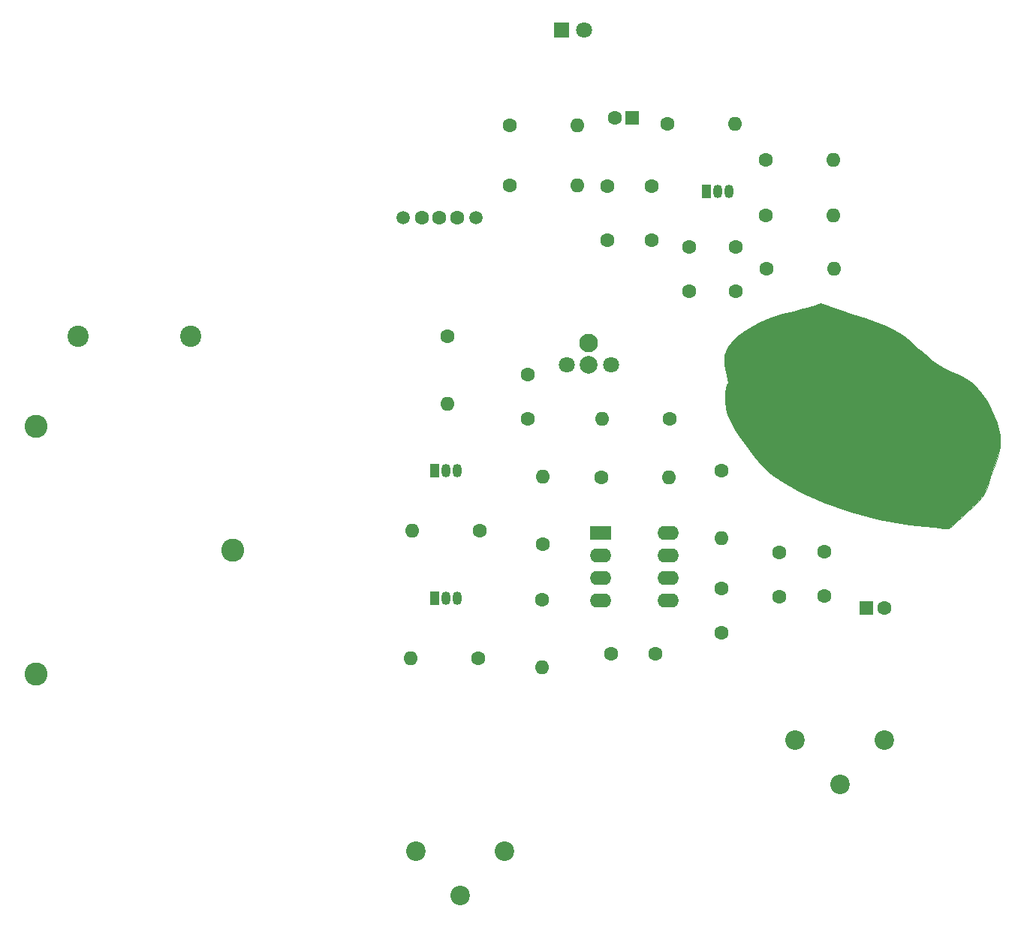
<source format=gbr>
%TF.GenerationSoftware,KiCad,Pcbnew,5.1.10-88a1d61d58~90~ubuntu20.04.1*%
%TF.CreationDate,2021-07-22T12:56:01-07:00*%
%TF.ProjectId,TwinTCPO,5477696e-5443-4504-9f2e-6b696361645f,A*%
%TF.SameCoordinates,Original*%
%TF.FileFunction,Soldermask,Top*%
%TF.FilePolarity,Negative*%
%FSLAX46Y46*%
G04 Gerber Fmt 4.6, Leading zero omitted, Abs format (unit mm)*
G04 Created by KiCad (PCBNEW 5.1.10-88a1d61d58~90~ubuntu20.04.1) date 2021-07-22 12:56:01*
%MOMM*%
%LPD*%
G01*
G04 APERTURE LIST*
%ADD10C,0.010000*%
%ADD11O,2.400000X1.600000*%
%ADD12R,2.400000X1.600000*%
%ADD13C,1.500000*%
%ADD14C,1.600000*%
%ADD15O,1.600000X1.600000*%
%ADD16C,2.100000*%
%ADD17C,1.800000*%
%ADD18C,2.000000*%
%ADD19R,1.050000X1.500000*%
%ADD20O,1.050000X1.500000*%
%ADD21C,2.200000*%
%ADD22C,2.600000*%
%ADD23C,2.400000*%
%ADD24R,1.800000X1.800000*%
%ADD25R,1.600000X1.600000*%
G04 APERTURE END LIST*
D10*
%TO.C,G\u002A\u002A\u002A*%
G36*
X167642377Y-77094977D02*
G01*
X169038167Y-77560519D01*
X170164885Y-77948224D01*
X171075016Y-78286529D01*
X171821048Y-78603872D01*
X172455468Y-78928690D01*
X173030762Y-79289420D01*
X173599419Y-79714500D01*
X174213924Y-80232366D01*
X174926766Y-80871457D01*
X175385475Y-81290155D01*
X176510602Y-82252145D01*
X177525271Y-82967129D01*
X178495871Y-83476928D01*
X179340568Y-83781559D01*
X180181774Y-84172934D01*
X181053657Y-84837561D01*
X181902613Y-85720680D01*
X182675041Y-86767531D01*
X183242580Y-87767833D01*
X183871939Y-89296182D01*
X184193939Y-90717234D01*
X184210420Y-92061874D01*
X183923216Y-93360986D01*
X183619383Y-94103333D01*
X183346437Y-94741922D01*
X183133064Y-95362210D01*
X183041239Y-95745681D01*
X182826743Y-96575418D01*
X182415468Y-97352914D01*
X181763293Y-98149729D01*
X181242978Y-98662236D01*
X180614930Y-99254916D01*
X179965833Y-99881410D01*
X179420591Y-100420945D01*
X179346883Y-100495666D01*
X178925987Y-100899804D01*
X178588957Y-101178500D01*
X178412404Y-101270416D01*
X178166894Y-101240709D01*
X177718775Y-101200609D01*
X177505334Y-101183966D01*
X173969164Y-100802198D01*
X170606984Y-100200931D01*
X167440345Y-99386667D01*
X164490801Y-98365903D01*
X161779903Y-97145142D01*
X159329202Y-95730882D01*
X159247611Y-95677435D01*
X158560987Y-95198844D01*
X157985128Y-94722123D01*
X157435705Y-94165867D01*
X156828393Y-93448671D01*
X156471046Y-92997064D01*
X155517877Y-91746667D01*
X154772294Y-90700953D01*
X154208354Y-89819329D01*
X153800115Y-89061203D01*
X153521634Y-88385982D01*
X153518778Y-88377641D01*
X153339165Y-87645767D01*
X153246234Y-86825824D01*
X153242817Y-86031422D01*
X153331745Y-85376173D01*
X153436720Y-85085467D01*
X153545542Y-84765382D01*
X153512632Y-84377967D01*
X153381755Y-83936550D01*
X153126251Y-82761368D01*
X153184513Y-81686911D01*
X153551666Y-80731489D01*
X154222834Y-79913414D01*
X154517263Y-79671421D01*
X155466420Y-78977157D01*
X156274493Y-78434863D01*
X157021082Y-78008123D01*
X157785787Y-77660523D01*
X158648208Y-77355645D01*
X159687944Y-77057074D01*
X160910667Y-76746541D01*
X161689645Y-76547610D01*
X162453412Y-76340039D01*
X163059841Y-76162706D01*
X163155043Y-76132577D01*
X163960087Y-75872311D01*
X167642377Y-77094977D01*
G37*
X167642377Y-77094977D02*
X169038167Y-77560519D01*
X170164885Y-77948224D01*
X171075016Y-78286529D01*
X171821048Y-78603872D01*
X172455468Y-78928690D01*
X173030762Y-79289420D01*
X173599419Y-79714500D01*
X174213924Y-80232366D01*
X174926766Y-80871457D01*
X175385475Y-81290155D01*
X176510602Y-82252145D01*
X177525271Y-82967129D01*
X178495871Y-83476928D01*
X179340568Y-83781559D01*
X180181774Y-84172934D01*
X181053657Y-84837561D01*
X181902613Y-85720680D01*
X182675041Y-86767531D01*
X183242580Y-87767833D01*
X183871939Y-89296182D01*
X184193939Y-90717234D01*
X184210420Y-92061874D01*
X183923216Y-93360986D01*
X183619383Y-94103333D01*
X183346437Y-94741922D01*
X183133064Y-95362210D01*
X183041239Y-95745681D01*
X182826743Y-96575418D01*
X182415468Y-97352914D01*
X181763293Y-98149729D01*
X181242978Y-98662236D01*
X180614930Y-99254916D01*
X179965833Y-99881410D01*
X179420591Y-100420945D01*
X179346883Y-100495666D01*
X178925987Y-100899804D01*
X178588957Y-101178500D01*
X178412404Y-101270416D01*
X178166894Y-101240709D01*
X177718775Y-101200609D01*
X177505334Y-101183966D01*
X173969164Y-100802198D01*
X170606984Y-100200931D01*
X167440345Y-99386667D01*
X164490801Y-98365903D01*
X161779903Y-97145142D01*
X159329202Y-95730882D01*
X159247611Y-95677435D01*
X158560987Y-95198844D01*
X157985128Y-94722123D01*
X157435705Y-94165867D01*
X156828393Y-93448671D01*
X156471046Y-92997064D01*
X155517877Y-91746667D01*
X154772294Y-90700953D01*
X154208354Y-89819329D01*
X153800115Y-89061203D01*
X153521634Y-88385982D01*
X153518778Y-88377641D01*
X153339165Y-87645767D01*
X153246234Y-86825824D01*
X153242817Y-86031422D01*
X153331745Y-85376173D01*
X153436720Y-85085467D01*
X153545542Y-84765382D01*
X153512632Y-84377967D01*
X153381755Y-83936550D01*
X153126251Y-82761368D01*
X153184513Y-81686911D01*
X153551666Y-80731489D01*
X154222834Y-79913414D01*
X154517263Y-79671421D01*
X155466420Y-78977157D01*
X156274493Y-78434863D01*
X157021082Y-78008123D01*
X157785787Y-77660523D01*
X158648208Y-77355645D01*
X159687944Y-77057074D01*
X160910667Y-76746541D01*
X161689645Y-76547610D01*
X162453412Y-76340039D01*
X163059841Y-76162706D01*
X163155043Y-76132577D01*
X163960087Y-75872311D01*
X167642377Y-77094977D01*
%TD*%
D11*
%TO.C,U1*%
X146820000Y-101750000D03*
X139200000Y-109370000D03*
X146820000Y-104290000D03*
X139200000Y-106830000D03*
X146820000Y-106830000D03*
X139200000Y-104290000D03*
X146820000Y-109370000D03*
D12*
X139200000Y-101750000D03*
%TD*%
D13*
%TO.C,SW1*%
X125100000Y-66200000D03*
X116900000Y-66200000D03*
D14*
X123000000Y-66200000D03*
X121000000Y-66200000D03*
X119000000Y-66200000D03*
%TD*%
D15*
%TO.C,R15*%
X152850000Y-102370000D03*
D14*
X152850000Y-94750000D03*
%TD*%
D15*
%TO.C,R14*%
X146920000Y-95450000D03*
D14*
X139300000Y-95450000D03*
%TD*%
D15*
%TO.C,R13*%
X136570000Y-55750000D03*
D14*
X128950000Y-55750000D03*
%TD*%
D15*
%TO.C,R12*%
X132600000Y-116870000D03*
D14*
X132600000Y-109250000D03*
%TD*%
D15*
%TO.C,R11*%
X132650000Y-95430000D03*
D14*
X132650000Y-103050000D03*
%TD*%
D15*
%TO.C,R10*%
X139330000Y-88900000D03*
D14*
X146950000Y-88900000D03*
%TD*%
D16*
%TO.C,R9*%
X137850000Y-80300000D03*
D17*
X140350000Y-82800000D03*
X135350000Y-82800000D03*
D18*
X137850000Y-82800000D03*
%TD*%
D15*
%TO.C,R8*%
X165500000Y-71950000D03*
D14*
X157880000Y-71950000D03*
%TD*%
D15*
%TO.C,R7*%
X165470000Y-65950000D03*
D14*
X157850000Y-65950000D03*
%TD*%
D15*
%TO.C,R6*%
X121900000Y-87170000D03*
D14*
X121900000Y-79550000D03*
%TD*%
D15*
%TO.C,R5*%
X154370000Y-55600000D03*
D14*
X146750000Y-55600000D03*
%TD*%
D15*
%TO.C,R4*%
X136570000Y-62500000D03*
D14*
X128950000Y-62500000D03*
%TD*%
D15*
%TO.C,R3*%
X117930000Y-101450000D03*
D14*
X125550000Y-101450000D03*
%TD*%
D15*
%TO.C,R2*%
X165420000Y-59700000D03*
D14*
X157800000Y-59700000D03*
%TD*%
D15*
%TO.C,R1*%
X117730000Y-115900000D03*
D14*
X125350000Y-115900000D03*
%TD*%
D19*
%TO.C,Q3*%
X120450000Y-94750000D03*
D20*
X122990000Y-94750000D03*
X121720000Y-94750000D03*
%TD*%
D19*
%TO.C,Q2*%
X151150000Y-63200000D03*
D20*
X153690000Y-63200000D03*
X152420000Y-63200000D03*
%TD*%
D19*
%TO.C,Q1*%
X120450000Y-109100000D03*
D20*
X122990000Y-109100000D03*
X121720000Y-109100000D03*
%TD*%
D21*
%TO.C,J3*%
X128350000Y-137600000D03*
X118350000Y-137600000D03*
X123350000Y-142600000D03*
%TD*%
D22*
%TO.C,J2*%
X75500000Y-117700000D03*
X75500000Y-89700000D03*
X97700000Y-103700000D03*
D23*
X92950000Y-79550000D03*
X80250000Y-79550000D03*
%TD*%
D21*
%TO.C,J1*%
X171150000Y-125100000D03*
X161150000Y-125100000D03*
X166150000Y-130100000D03*
%TD*%
D17*
%TO.C,D2*%
X137290000Y-45000000D03*
D24*
X134750000Y-45000000D03*
%TD*%
D14*
%TO.C,C11*%
X171150000Y-110200000D03*
D25*
X169150000Y-110200000D03*
%TD*%
D14*
%TO.C,C10*%
X164400000Y-103850000D03*
X164400000Y-108850000D03*
%TD*%
%TO.C,C9*%
X159300000Y-103900000D03*
X159300000Y-108900000D03*
%TD*%
%TO.C,C8*%
X152800000Y-113000000D03*
X152800000Y-108000000D03*
%TD*%
%TO.C,C7*%
X145400000Y-115400000D03*
X140400000Y-115400000D03*
%TD*%
%TO.C,C6*%
X130950000Y-83900000D03*
X130950000Y-88900000D03*
%TD*%
%TO.C,C5*%
X139950000Y-68700000D03*
X144950000Y-68700000D03*
%TD*%
%TO.C,C4*%
X154400000Y-74450000D03*
X154400000Y-69450000D03*
%TD*%
%TO.C,C3*%
X149200000Y-74450000D03*
X149200000Y-69450000D03*
%TD*%
%TO.C,C2*%
X140750000Y-54950000D03*
D25*
X142750000Y-54950000D03*
%TD*%
D14*
%TO.C,C1*%
X144950000Y-62650000D03*
X139950000Y-62650000D03*
%TD*%
M02*

</source>
